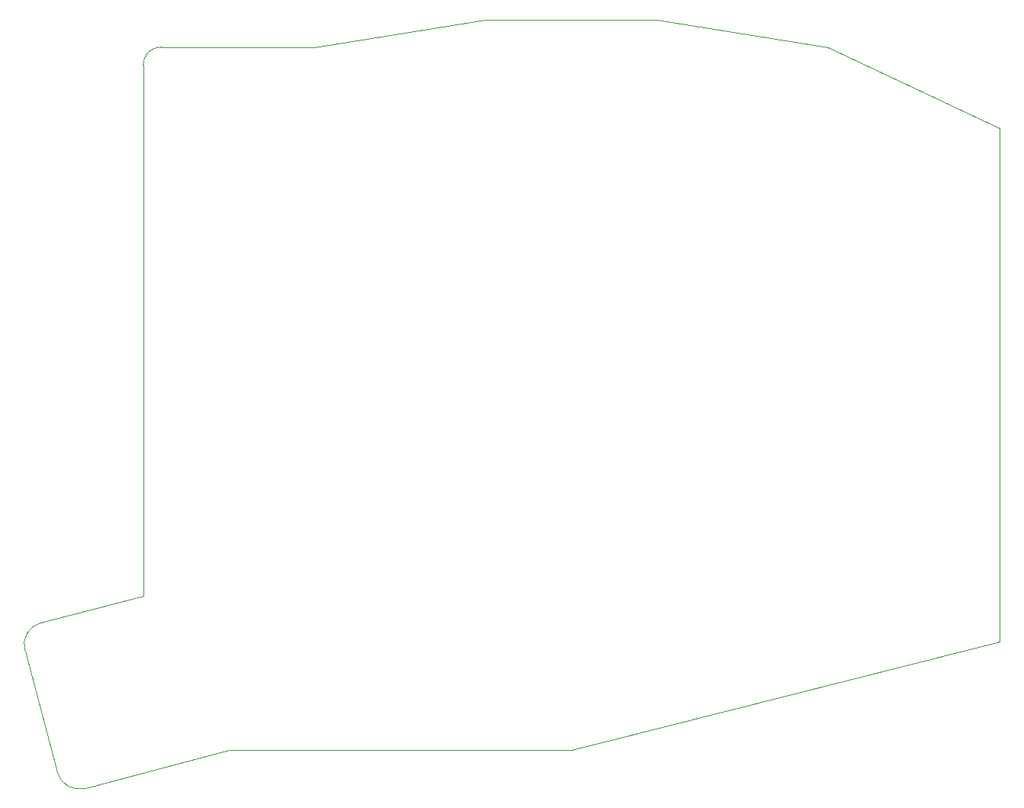
<source format=gm1>
%TF.GenerationSoftware,KiCad,Pcbnew,7.0.2-0*%
%TF.CreationDate,2023-05-24T14:40:16+08:00*%
%TF.ProjectId,Input,496e7075-742e-46b6-9963-61645f706362,1*%
%TF.SameCoordinates,PX717cbc0PY58b1140*%
%TF.FileFunction,Profile,NP*%
%FSLAX46Y46*%
G04 Gerber Fmt 4.6, Leading zero omitted, Abs format (unit mm)*
G04 Created by KiCad (PCBNEW 7.0.2-0) date 2023-05-24 14:40:16*
%MOMM*%
%LPD*%
G01*
G04 APERTURE LIST*
%TA.AperFunction,Profile*%
%ADD10C,0.100000*%
%TD*%
%TA.AperFunction,Profile*%
%ADD11C,0.120000*%
%TD*%
G04 APERTURE END LIST*
D10*
X28500000Y33500000D02*
X9500000Y30500000D01*
X66500000Y30500000D02*
X47500000Y33500000D01*
X-9499900Y28480015D02*
X-9500000Y-30400000D01*
X9500000Y30500000D02*
X7500000Y30500000D01*
X38000000Y-47500000D02*
X85500000Y-35500000D01*
X-22623029Y-36479300D02*
X-18999562Y-50002262D01*
X76Y-47499514D02*
X38000000Y-47500000D01*
X76Y-47499514D02*
X-15937700Y-51770029D01*
X-7500000Y30499999D02*
G75*
G03*
X-9499899Y28480015I0J-1999999D01*
G01*
X85500000Y21500000D02*
X66500000Y30500000D01*
X-20855263Y-33417433D02*
G75*
G03*
X-22623028Y-36479300I647053J-2414817D01*
G01*
X47500000Y33500000D02*
X28500000Y33500000D01*
X85500000Y-35500000D02*
X85500000Y21500000D01*
X-9500000Y-30400000D02*
X-20855262Y-33417438D01*
X-18999515Y-50002249D02*
G75*
G03*
X-15937700Y-51770028I2414815J647049D01*
G01*
D11*
%TO.C,J1*%
X7500000Y30500000D02*
X-7500000Y30500000D01*
%TD*%
M02*

</source>
